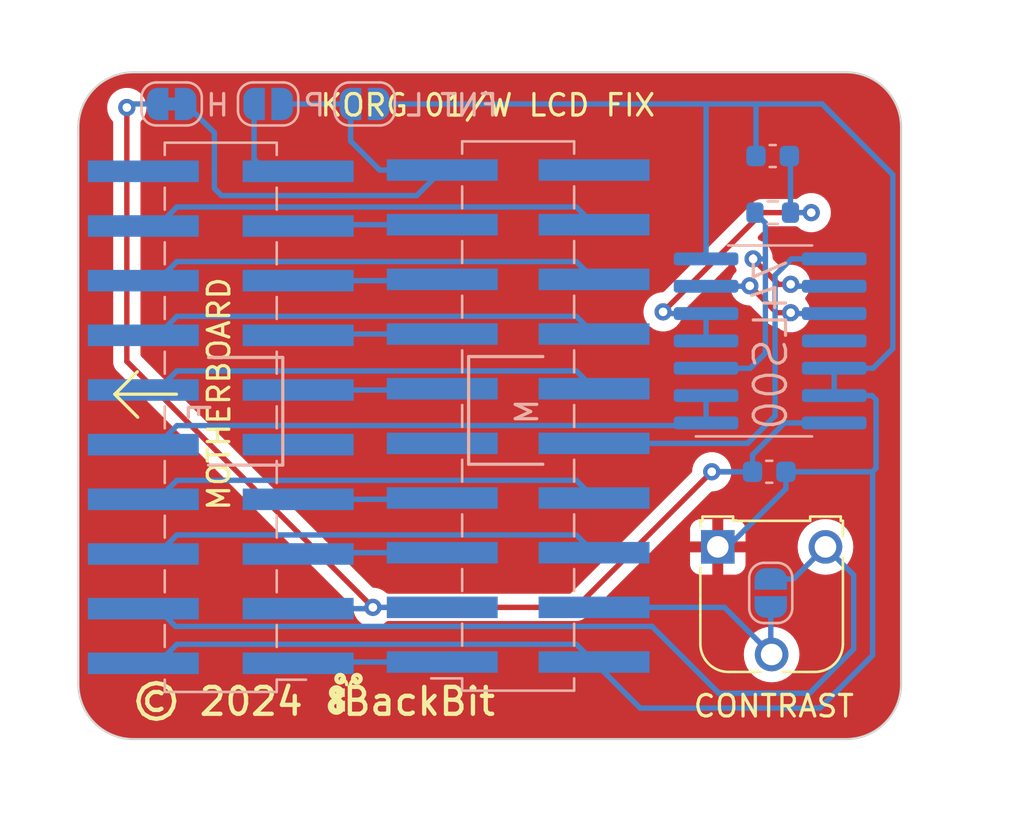
<source format=kicad_pcb>
(kicad_pcb (version 20221018) (generator pcbnew)
  (layers (0 "F.Cu" signal) (31 "B.Cu" signal) (34 "B.Paste" user) (35 "F.Paste" user) (36 "B.SilkS" user "B.Silkscreen") (37 "F.SilkS" user "F.Silkscreen") (38 "B.Mask" user) (39 "F.Mask" user) (44 "Edge.Cuts" user))
  (net 0 "")
  (net 1 "FGND")
  (net 2 "GND")
  (net 3 "VCC")
  (net 4 "V0DISP")
  (net 5 "WR")
  (net 6 "RD")
  (net 7 "CE")
  (net 8 "CD")
  (net 9 "RST")
  (net 10 "DB0")
  (net 11 "DB1")
  (net 12 "DB2")
  (net 13 "DB3")
  (net 14 "DB4")
  (net 15 "DB5")
  (net 16 "DB6")
  (net 17 "DB7")
  (net 18 "V0")
  (net 23 "FONT")
  (net 24 "RSTDISP")
  (net 25 "CAP")
  (net 26 "~{RST}")
  (net 27 "~{CAP}")
  (net 29 "FONTMB")
  (footprint "Potentiometer_THT:Potentiometer_Runtron_RM-065_Vertical" (layer "F.Cu") (at 166.39 93.79)
    (fp_text reference "RV1" hide)
    (fp_text value "CONTRAST" (at 2.6 7.4) (layer "F.SilkS"))
    (fp_line (start -0.81 -1.21) (end -0.81 -0.96) (stroke (width 0.12)) (layer "F.SilkS"))
    (fp_line (start -0.81 4.5) (end -0.81 0.96) (stroke (width 0.12)) (layer "F.SilkS"))
    (fp_line (start -0.71 -1.41) (end -0.71 -1.21) (stroke (width 0.12)) (layer "F.SilkS"))
    (fp_line (start -0.71 -1.41) (end 0.71 -1.41) (stroke (width 0.12)) (layer "F.SilkS"))
    (fp_line (start -0.71 -1.21) (end -0.81 -1.21) (stroke (width 0.12)) (layer "F.SilkS"))
    (fp_line (start 0.71 -1.21) (end 0.71 -1.41) (stroke (width 0.12)) (layer "F.SilkS"))
    (fp_line (start 0.71 -1.21) (end 4.29 -1.21) (stroke (width 0.12)) (layer "F.SilkS"))
    (fp_line (start 1.99 5.81) (end 0.5 5.81) (stroke (width 0.12)) (layer "F.SilkS"))
    (fp_line (start 4.29 -1.41) (end 5.71 -1.41) (stroke (width 0.12)) (layer "F.SilkS"))
    (fp_line (start 4.29 -1.21) (end 4.29 -1.41) (stroke (width 0.12)) (layer "F.SilkS"))
    (fp_line (start 4.5 5.81) (end 3.01 5.81) (stroke (width 0.12)) (layer "F.SilkS"))
    (fp_line (start 5.71 -1.41) (end 5.71 -1.21) (stroke (width 0.12)) (layer "F.SilkS"))
    (fp_line (start 5.71 -1.21) (end 5.81 -1.21) (stroke (width 0.12)) (layer "F.SilkS"))
    (fp_line (start 5.81 -1.21) (end 5.81 -0.52) (stroke (width 0.12)) (layer "F.SilkS"))
    (fp_line (start 5.81 0.52) (end 5.81 4.5) (stroke (width 0.12)) (layer "F.SilkS"))
    (fp_arc (start 0.5 5.81) (mid -0.42631 5.42631) (end -0.81 4.5) (stroke (width 0.12)) (layer "F.SilkS"))
    (fp_arc (start 5.81 4.5) (mid 5.42631 5.42631) (end 4.5 5.81) (stroke (width 0.12)) (layer "F.SilkS"))
    (pad "1" thru_hole rect (at 0 0) (size 1.56 1.56) (drill 1) (layers "*.Cu" "B.Mask") (net 2 "GND"))
    (pad "2" thru_hole circle (at 2.5 5) (size 1.56 1.56) (drill 1) (layers "*.Cu" "B.Mask") (net 4 "V0DISP"))
    (pad "3" thru_hole circle (at 5 0) (size 1.56 1.56) (drill 1) (layers "*.Cu" "B.Mask") (net 18 "V0"))
  )
  (footprint "Capacitor_SMD:C_0603_1608Metric" (layer "B.Cu") (at 168.94 75.63 180)
    (fp_text reference "C1" hide)
    (fp_text value "0.1uF")
    (fp_line (start -0.14058 -0.51) (end 0.14058 -0.51) (stroke (width 0.12)) (layer "B.SilkS"))
    (fp_line (start -0.14058 0.51) (end 0.14058 0.51) (stroke (width 0.12)) (layer "B.SilkS"))
    (pad "1" smd roundrect (at -0.775 0 180) (size 0.9 0.95) (layers "B.Cu" "B.Paste" "B.Mask") (net 25 "CAP"))
    (pad "2" smd roundrect (at 0.775 0 180) (size 0.9 0.95) (layers "B.Cu" "B.Paste" "B.Mask") (net 2 "GND"))
  )
  (footprint "Jumper:SolderJumper-2_P1.3mm_Bridged_RoundedPad1.0x1.5mm" (layer "B.Cu") (at 141.03 73.21 180)
    (fp_text reference "JP2" hide)
    (fp_text value "FONT_VCC")
    (fp_poly (pts (xy 0.25 0.3) (xy -0.25 0.3) (xy -0.25 -0.3) (xy 0.25 -0.3)) (fill solid) (layer "B.Cu"))
    (fp_line (start -1.4 -0.3) (end -1.4 0.3) (stroke (width 0.12)) (layer "B.SilkS"))
    (fp_line (start -0.7 1) (end 0.7 1) (stroke (width 0.12)) (layer "B.SilkS"))
    (fp_line (start 0.7 -1) (end -0.7 -1) (stroke (width 0.12)) (layer "B.SilkS"))
    (fp_line (start 1.4 0.3) (end 1.4 -0.3) (stroke (width 0.12)) (layer "B.SilkS"))
    (fp_arc (start -1.4 -0.3) (mid -1.194975 -0.794975) (end -0.7 -1) (stroke (width 0.12)) (layer "B.SilkS"))
    (fp_arc (start -0.7 1) (mid -1.194975 0.794975) (end -1.4 0.3) (stroke (width 0.12)) (layer "B.SilkS"))
    (fp_arc (start 0.7 -1) (mid 1.194975 -0.794975) (end 1.4 -0.3) (stroke (width 0.12)) (layer "B.SilkS"))
    (fp_arc (start 1.4 0.3) (mid 1.194975 0.794975) (end 0.7 1) (stroke (width 0.12)) (layer "B.SilkS"))
    (pad "1" smd custom (at -0.65 0 180) (size 1 0.5) (layers "B.Cu" "B.Mask") (net 23 "FONT") (options (clearance outline) (anchor rect)) (primitives (gr_circle (center 0 -0.25) (end 0.5 -0.25) (width 0) (fill yes)) (gr_circle (center 0 0.25) (end 0.5 0.25) (width 0) (fill yes)) (gr_poly (pts (xy 0.5 -0.75) (xy 0 -0.75) (xy 0 0.75) (xy 0.5 0.75)) (width 0) (fill yes))))
    (pad "2" smd custom (at 0.65 0 180) (size 1 0.5) (layers "B.Cu" "B.Mask") (net 3 "VCC") (options (clearance outline) (anchor rect)) (primitives (gr_circle (center 0 -0.25) (end 0.5 -0.25) (width 0) (fill yes)) (gr_circle (center 0 0.25) (end 0.5 0.25) (width 0) (fill yes)) (gr_poly (pts (xy 0 -0.75) (xy -0.5 -0.75) (xy -0.5 0.75) (xy 0 0.75)) (width 0) (fill yes))))
  )
  (footprint "Jumper:SolderJumper-2_P1.3mm_Open_RoundedPad1.0x1.5mm" (layer "B.Cu") (at 149.99 73.21)
    (fp_text reference "JP3" hide)
    (fp_text value "FONT_GND")
    (fp_line (start -1.4 -0.3) (end -1.4 0.3) (stroke (width 0.12)) (layer "B.SilkS"))
    (fp_line (start -0.7 1) (end 0.7 1) (stroke (width 0.12)) (layer "B.SilkS"))
    (fp_line (start 0.7 -1) (end -0.7 -1) (stroke (width 0.12)) (layer "B.SilkS"))
    (fp_line (start 1.4 0.3) (end 1.4 -0.3) (stroke (width 0.12)) (layer "B.SilkS"))
    (fp_arc (start -1.4 -0.3) (mid -1.194975 -0.794975) (end -0.7 -1) (stroke (width 0.12)) (layer "B.SilkS"))
    (fp_arc (start -0.7 1) (mid -1.194975 0.794975) (end -1.4 0.3) (stroke (width 0.12)) (layer "B.SilkS"))
    (fp_arc (start 0.7 -1) (mid 1.194975 -0.794975) (end 1.4 -0.3) (stroke (width 0.12)) (layer "B.SilkS"))
    (fp_arc (start 1.4 0.3) (mid 1.194975 0.794975) (end 0.7 1) (stroke (width 0.12)) (layer "B.SilkS"))
    (pad "1" smd custom (at -0.65 0) (size 1 0.5) (layers "B.Cu" "B.Mask") (net 23 "FONT") (options (clearance outline) (anchor rect)) (primitives (gr_circle (center 0 -0.25) (end 0.5 -0.25) (width 0) (fill yes)) (gr_circle (center 0 0.25) (end 0.5 0.25) (width 0) (fill yes)) (gr_poly (pts (xy 0.5 -0.75) (xy 0 -0.75) (xy 0 0.75) (xy 0.5 0.75)) (width 0) (fill yes))))
    (pad "2" smd custom (at 0.65 0) (size 1 0.5) (layers "B.Cu" "B.Mask") (net 2 "GND") (options (clearance outline) (anchor rect)) (primitives (gr_circle (center 0 -0.25) (end 0.5 -0.25) (width 0) (fill yes)) (gr_circle (center 0 0.25) (end 0.5 0.25) (width 0) (fill yes)) (gr_poly (pts (xy 0 -0.75) (xy -0.5 -0.75) (xy -0.5 0.75) (xy 0 0.75)) (width 0) (fill yes))))
  )
  (footprint "Connector_PinSocket_2.54mm:PinSocket_2x10_P2.54mm_Vertical_SMD" (layer "B.Cu") (at 143.31 87.77)
    (fp_text reference "J2" hide)
    (fp_text value "MOTHERBOARD" (at -0.08 -1.09 90) (layer "F.SilkS"))
    (fp_line (start -2.6 -12.76) (end 2.6 -12.76) (stroke (width 0.12)) (layer "B.SilkS"))
    (fp_line (start -2.6 -12.19) (end -2.6 -12.76) (stroke (width 0.12)) (layer "B.SilkS"))
    (fp_line (start -2.6 -9.65) (end -2.6 -10.67) (stroke (width 0.12)) (layer "B.SilkS"))
    (fp_line (start -2.6 -7.11) (end -2.6 -8.13) (stroke (width 0.12)) (layer "B.SilkS"))
    (fp_line (start -2.6 -4.57) (end -2.6 -5.59) (stroke (width 0.12)) (layer "B.SilkS"))
    (fp_line (start -2.6 -2.03) (end -2.6 -3.05) (stroke (width 0.12)) (layer "B.SilkS"))
    (fp_line (start -2.6 0.51) (end -2.6 -0.51) (stroke (width 0.12)) (layer "B.SilkS"))
    (fp_line (start -2.6 3.05) (end -2.6 2.03) (stroke (width 0.12)) (layer "B.SilkS"))
    (fp_line (start -2.6 5.59) (end -2.6 4.57) (stroke (width 0.12)) (layer "B.SilkS"))
    (fp_line (start -2.6 8.13) (end -2.6 7.11) (stroke (width 0.12)) (layer "B.SilkS"))
    (fp_line (start -2.6 10.67) (end -2.6 9.65) (stroke (width 0.12)) (layer "B.SilkS"))
    (fp_line (start -2.6 12.76) (end -2.6 12.19) (stroke (width 0.12)) (layer "B.SilkS"))
    (fp_line (start -2.6 12.76) (end 2.6 12.76) (stroke (width 0.12)) (layer "B.SilkS"))
    (fp_line (start 2.6 -12.19) (end 2.6 -12.76) (stroke (width 0.12)) (layer "B.SilkS"))
    (fp_line (start 2.6 -9.65) (end 2.6 -10.67) (stroke (width 0.12)) (layer "B.SilkS"))
    (fp_line (start 2.6 -7.11) (end 2.6 -8.13) (stroke (width 0.12)) (layer "B.SilkS"))
    (fp_line (start 2.6 -4.57) (end 2.6 -5.59) (stroke (width 0.12)) (layer "B.SilkS"))
    (fp_line (start 2.6 -2.03) (end 2.6 -3.05) (stroke (width 0.12)) (layer "B.SilkS"))
    (fp_line (start 2.6 0.51) (end 2.6 -0.51) (stroke (width 0.12)) (layer "B.SilkS"))
    (fp_line (start 2.6 3.05) (end 2.6 2.03) (stroke (width 0.12)) (layer "B.SilkS"))
    (fp_line (start 2.6 5.59) (end 2.6 4.57) (stroke (width 0.12)) (layer "B.SilkS"))
    (fp_line (start 2.6 8.13) (end 2.6 7.11) (stroke (width 0.12)) (layer "B.SilkS"))
    (fp_line (start 2.6 10.67) (end 2.6 9.65) (stroke (width 0.12)) (layer "B.SilkS"))
    (fp_line (start 2.6 12.19) (end 3.96 12.19) (stroke (width 0.12)) (layer "B.SilkS"))
    (fp_line (start 2.6 12.76) (end 2.6 12.19) (stroke (width 0.12)) (layer "B.SilkS"))
    (pad "1" smd rect (at 3.595 11.43) (size 5.15 1) (layers "B.Cu" "B.Paste" "B.Mask") (net 1 "FGND"))
    (pad "2" smd rect (at -3.595 11.43) (size 5.15 1) (layers "B.Cu" "B.Paste" "B.Mask") (net 2 "GND"))
    (pad "3" smd rect (at 3.595 8.89) (size 5.15 1) (layers "B.Cu" "B.Paste" "B.Mask") (net 3 "VCC"))
    (pad "4" smd rect (at -3.595 8.89) (size 5.15 1) (layers "B.Cu" "B.Paste" "B.Mask") (net 18 "V0"))
    (pad "5" smd rect (at 3.595 6.35) (size 5.15 1) (layers "B.Cu" "B.Paste" "B.Mask") (net 5 "WR"))
    (pad "6" smd rect (at -3.595 6.35) (size 5.15 1) (layers "B.Cu" "B.Paste" "B.Mask") (net 6 "RD"))
    (pad "7" smd rect (at 3.595 3.81) (size 5.15 1) (layers "B.Cu" "B.Paste" "B.Mask") (net 7 "CE"))
    (pad "8" smd rect (at -3.595 3.81) (size 5.15 1) (layers "B.Cu" "B.Paste" "B.Mask") (net 8 "CD"))
    (pad "9" smd rect (at 3.595 1.27) (size 5.15 1) (layers "B.Cu" "B.Paste" "B.Mask"))
    (pad "10" smd rect (at -3.595 1.27) (size 5.15 1) (layers "B.Cu" "B.Paste" "B.Mask") (net 9 "RST"))
    (pad "11" smd rect (at 3.595 -1.27) (size 5.15 1) (layers "B.Cu" "B.Paste" "B.Mask") (net 10 "DB0"))
    (pad "12" smd rect (at -3.595 -1.27) (size 5.15 1) (layers "B.Cu" "B.Paste" "B.Mask") (net 11 "DB1"))
    (pad "13" smd rect (at 3.595 -3.81) (size 5.15 1) (layers "B.Cu" "B.Paste" "B.Mask") (net 12 "DB2"))
    (pad "14" smd rect (at -3.595 -3.81) (size 5.15 1) (layers "B.Cu" "B.Paste" "B.Mask") (net 13 "DB3"))
    (pad "15" smd rect (at 3.595 -6.35) (size 5.15 1) (layers "B.Cu" "B.Paste" "B.Mask") (net 14 "DB4"))
    (pad "16" smd rect (at -3.595 -6.35) (size 5.15 1) (layers "B.Cu" "B.Paste" "B.Mask") (net 15 "DB5"))
    (pad "17" smd rect (at 3.595 -8.89) (size 5.15 1) (layers "B.Cu" "B.Paste" "B.Mask") (net 16 "DB6"))
    (pad "18" smd rect (at -3.595 -8.89) (size 5.15 1) (layers "B.Cu" "B.Paste" "B.Mask") (net 17 "DB7"))
    (pad "19" smd rect (at 3.595 -11.43) (size 5.15 1) (layers "B.Cu" "B.Paste" "B.Mask") (net 29 "FONTMB"))
    (pad "20" smd rect (at -3.595 -11.43) (size 5.15 1) (layers "B.Cu" "B.Paste" "B.Mask"))
  )
  (footprint "Resistor_SMD:R_0603_1608Metric" (layer "B.Cu") (at 168.94 78.26)
    (fp_text reference "R1" hide)
    (fp_text value "10K")
    (fp_line (start -0.237258 -0.5225) (end 0.237258 -0.5225) (stroke (width 0.12)) (layer "B.SilkS"))
    (fp_line (start -0.237258 0.5225) (end 0.237258 0.5225) (stroke (width 0.12)) (layer "B.SilkS"))
    (pad "1" smd roundrect (at -0.825 0) (size 0.8 0.95) (layers "B.Cu" "B.Paste" "B.Mask") (net 26 "~{RST}"))
    (pad "2" smd roundrect (at 0.825 0) (size 0.8 0.95) (layers "B.Cu" "B.Paste" "B.Mask") (net 25 "CAP"))
  )
  (footprint "Jumper:SolderJumper-2_P1.3mm_Open_RoundedPad1.0x1.5mm" (layer "B.Cu") (at 145.51 73.21 180)
    (fp_text reference "JP4" hide)
    (fp_text value "FONT_MB")
    (fp_line (start -1.4 -0.3) (end -1.4 0.3) (stroke (width 0.12)) (layer "B.SilkS"))
    (fp_line (start -0.7 1) (end 0.7 1) (stroke (width 0.12)) (layer "B.SilkS"))
    (fp_line (start 0.7 -1) (end -0.7 -1) (stroke (width 0.12)) (layer "B.SilkS"))
    (fp_line (start 1.4 0.3) (end 1.4 -0.3) (stroke (width 0.12)) (layer "B.SilkS"))
    (fp_arc (start -1.4 -0.3) (mid -1.194975 -0.794975) (end -0.7 -1) (stroke (width 0.12)) (layer "B.SilkS"))
    (fp_arc (start -0.7 1) (mid -1.194975 0.794975) (end -1.4 0.3) (stroke (width 0.12)) (layer "B.SilkS"))
    (fp_arc (start 0.7 -1) (mid 1.194975 -0.794975) (end 1.4 -0.3) (stroke (width 0.12)) (layer "B.SilkS"))
    (fp_arc (start 1.4 0.3) (mid 1.194975 0.794975) (end 0.7 1) (stroke (width 0.12)) (layer "B.SilkS"))
    (pad "1" smd custom (at -0.65 0 180) (size 1 0.5) (layers "B.Cu" "B.Mask") (net 23 "FONT") (options (clearance outline) (anchor rect)) (primitives (gr_circle (center 0 -0.25) (end 0.5 -0.25) (width 0) (fill yes)) (gr_circle (center 0 0.25) (end 0.5 0.25) (width 0) (fill yes)) (gr_poly (pts (xy 0.5 -0.75) (xy 0 -0.75) (xy 0 0.75) (xy 0.5 0.75)) (width 0) (fill yes))))
    (pad "2" smd custom (at 0.65 0 180) (size 1 0.5) (layers "B.Cu" "B.Mask") (net 29 "FONTMB") (options (clearance outline) (anchor rect)) (primitives (gr_circle (center 0 -0.25) (end 0.5 -0.25) (width 0) (fill yes)) (gr_circle (center 0 0.25) (end 0.5 0.25) (width 0) (fill yes)) (gr_poly (pts (xy 0 -0.75) (xy -0.5 -0.75) (xy -0.5 0.75) (xy 0 0.75)) (width 0) (fill yes))))
  )
  (footprint "Jumper:SolderJumper-2_P1.3mm_Open_RoundedPad1.0x1.5mm" (layer "B.Cu") (at 168.85 95.93 -90)
    (fp_text reference "JP1" hide)
    (fp_text value "NO ADJUST")
    (fp_line (start -1.4 -0.3) (end -1.4 0.3) (stroke (width 0.12)) (layer "B.SilkS"))
    (fp_line (start -0.7 1) (end 0.7 1) (stroke (width 0.12)) (layer "B.SilkS"))
    (fp_line (start 0.7 -1) (end -0.7 -1) (stroke (width 0.12)) (layer "B.SilkS"))
    (fp_line (start 1.4 0.3) (end 1.4 -0.3) (stroke (width 0.12)) (layer "B.SilkS"))
    (fp_arc (start -1.4 -0.3) (mid -1.194975 -0.794975) (end -0.7 -1) (stroke (width 0.12)) (layer "B.SilkS"))
    (fp_arc (start -0.7 1) (mid -1.194975 0.794975) (end -1.4 0.3) (stroke (width 0.12)) (layer "B.SilkS"))
    (fp_arc (start 0.7 -1) (mid 1.194975 -0.794975) (end 1.4 -0.3) (stroke (width 0.12)) (layer "B.SilkS"))
    (fp_arc (start 1.4 0.3) (mid 1.194975 0.794975) (end 0.7 1) (stroke (width 0.12)) (layer "B.SilkS"))
    (pad "1" smd custom (at -0.65 0 270) (size 1 0.5) (layers "B.Cu" "B.Mask") (net 18 "V0") (options (clearance outline) (anchor rect)) (primitives (gr_circle (center 0 -0.25) (end 0.5 -0.25) (width 0) (fill yes)) (gr_circle (center 0 0.25) (end 0.5 0.25) (width 0) (fill yes)) (gr_poly (pts (xy 0.5 -0.75) (xy 0 -0.75) (xy 0 0.75) (xy 0.5 0.75)) (width 0) (fill yes))))
    (pad "2" smd custom (at 0.65 0 270) (size 1 0.5) (layers "B.Cu" "B.Mask") (net 4 "V0DISP") (options (clearance outline) (anchor rect)) (primitives (gr_circle (center 0 -0.25) (end 0.5 -0.25) (width 0) (fill yes)) (gr_circle (center 0 0.25) (end 0.5 0.25) (width 0) (fill yes)) (gr_poly (pts (xy 0 -0.75) (xy -0.5 -0.75) (xy -0.5 0.75) (xy 0 0.75)) (width 0) (fill yes))))
  )
  (footprint "Connector_PinHeader_2.54mm:PinHeader_2x10_P2.54mm_Vertical_SMD" (layer "B.Cu") (at 157.12 87.71)
    (fp_text reference "J1" hide)
    (fp_text value "DISPLAY" hide)
    (fp_line (start -4.04 12.19) (end -2.6 12.19) (stroke (width 0.12)) (layer "B.SilkS"))
    (fp_line (start -2.6 -12.76) (end 2.6 -12.76) (stroke (width 0.12)) (layer "B.SilkS"))
    (fp_line (start -2.6 -12.19) (end -2.6 -12.76) (stroke (width 0.12)) (layer "B.SilkS"))
    (fp_line (start -2.6 -9.65) (end -2.6 -10.67) (stroke (width 0.12)) (layer "B.SilkS"))
    (fp_line (start -2.6 -7.11) (end -2.6 -8.13) (stroke (width 0.12)) (layer "B.SilkS"))
    (fp_line (start -2.6 -4.57) (end -2.6 -5.59) (stroke (width 0.12)) (layer "B.SilkS"))
    (fp_line (start -2.6 -2.03) (end -2.6 -3.05) (stroke (width 0.12)) (layer "B.SilkS"))
    (fp_line (start -2.6 0.51) (end -2.6 -0.51) (stroke (width 0.12)) (layer "B.SilkS"))
    (fp_line (start -2.6 3.05) (end -2.6 2.03) (stroke (width 0.12)) (layer "B.SilkS"))
    (fp_line (start -2.6 5.59) (end -2.6 4.57) (stroke (width 0.12)) (layer "B.SilkS"))
    (fp_line (start -2.6 8.13) (end -2.6 7.11) (stroke (width 0.12)) (layer "B.SilkS"))
    (fp_line (start -2.6 10.67) (end -2.6 9.65) (stroke (width 0.12)) (layer "B.SilkS"))
    (fp_line (start -2.6 12.76) (end -2.6 12.19) (stroke (width 0.12)) (layer "B.SilkS"))
    (fp_line (start -2.6 12.76) (end 2.6 12.76) (stroke (width 0.12)) (layer "B.SilkS"))
    (fp_line (start 2.6 -12.19) (end 2.6 -12.76) (stroke (width 0.12)) (layer "B.SilkS"))
    (fp_line (start 2.6 -9.65) (end 2.6 -10.67) (stroke (width 0.12)) (layer "B.SilkS"))
    (fp_line (start 2.6 -7.11) (end 2.6 -8.13) (stroke (width 0.12)) (layer "B.SilkS"))
    (fp_line (start 2.6 -4.57) (end 2.6 -5.59) (stroke (width 0.12)) (layer "B.SilkS"))
    (fp_line (start 2.6 -2.03) (end 2.6 -3.05) (stroke (width 0.12)) (layer "B.SilkS"))
    (fp_line (start 2.6 0.51) (end 2.6 -0.51) (stroke (width 0.12)) (layer "B.SilkS"))
    (fp_line (start 2.6 3.05) (end 2.6 2.03) (stroke (width 0.12)) (layer "B.SilkS"))
    (fp_line (start 2.6 5.59) (end 2.6 4.57) (stroke (width 0.12)) (layer "B.SilkS"))
    (fp_line (start 2.6 8.13) (end 2.6 7.11) (stroke (width 0.12)) (layer "B.SilkS"))
    (fp_line (start 2.6 10.67) (end 2.6 9.65) (stroke (width 0.12)) (layer "B.SilkS"))
    (fp_line (start 2.6 12.76) (end 2.6 12.19) (stroke (width 0.12)) (layer "B.SilkS"))
    (pad "1" smd rect (at -3.525 11.43) (size 5.15 1) (layers "B.Cu" "B.Paste" "B.Mask") (net 1 "FGND"))
    (pad "2" smd rect (at 3.525 11.43) (size 5.15 1) (layers "B.Cu" "B.Paste" "B.Mask") (net 2 "GND"))
    (pad "3" smd rect (at -3.525 8.89) (size 5.15 1) (layers "B.Cu" "B.Paste" "B.Mask") (net 3 "VCC"))
    (pad "4" smd rect (at 3.525 8.89) (size 5.15 1) (layers "B.Cu" "B.Paste" "B.Mask") (net 4 "V0DISP"))
    (pad "5" smd rect (at -3.525 6.35) (size 5.15 1) (layers "B.Cu" "B.Paste" "B.Mask") (net 5 "WR"))
    (pad "6" smd rect (at 3.525 6.35) (size 5.15 1) (layers "B.Cu" "B.Paste" "B.Mask") (net 6 "RD"))
    (pad "7" smd rect (at -3.525 3.81) (size 5.15 1) (layers "B.Cu" "B.Paste" "B.Mask") (net 7 "CE"))
    (pad "8" smd rect (at 3.525 3.81) (size 5.15 1) (layers "B.Cu" "B.Paste" "B.Mask") (net 8 "CD"))
    (pad "9" smd rect (at -3.525 1.27) (size 5.15 1) (layers "B.Cu" "B.Paste" "B.Mask"))
    (pad "10" smd rect (at 3.525 1.27) (size 5.15 1) (layers "B.Cu" "B.Paste" "B.Mask") (net 24 "RSTDISP"))
    (pad "11" smd rect (at -3.525 -1.27) (size 5.15 1) (layers "B.Cu" "B.Paste" "B.Mask") (net 10 "DB0"))
    (pad "12" smd rect (at 3.525 -1.27) (size 5.15 1) (layers "B.Cu" "B.Paste" "B.Mask") (net 11 "DB1"))
    (pad "13" smd rect (at -3.525 -3.81) (size 5.15 1) (layers "B.Cu" "B.Paste" "B.Mask") (net 12 "DB2"))
    (pad "14" smd rect (at 3.525 -3.81) (size 5.15 1) (layers "B.Cu" "B.Paste" "B.Mask") (net 13 "DB3"))
    (pad "15" smd rect (at -3.525 -6.35) (size 5.15 1) (layers "B.Cu" "B.Paste" "B.Mask") (net 14 "DB4"))
    (pad "16" smd rect (at 3.525 -6.35) (size 5.15 1) (layers "B.Cu" "B.Paste" "B.Mask") (net 15 "DB5"))
    (pad "17" smd rect (at -3.525 -8.89) (size 5.15 1) (layers "B.Cu" "B.Paste" "B.Mask") (net 16 "DB6"))
    (pad "18" smd rect (at 3.525 -8.89) (size 5.15 1) (layers "B.Cu" "B.Paste" "B.Mask") (net 17 "DB7"))
    (pad "19" smd rect (at -3.525 -11.43) (size 5.15 1) (layers "B.Cu" "B.Paste" "B.Mask") (net 23 "FONT"))
    (pad "20" smd rect (at 3.525 -11.43) (size 5.15 1) (layers "B.Cu" "B.Paste" "B.Mask"))
  )
  (footprint "Package_SO:SOIC-14_3.9x8.7mm_P1.27mm" (layer "B.Cu") (at 168.82 84.22)
    (fp_text reference "U1" hide)
    (fp_text value "74LS00" (at 0.03 -0.01 90) (layer "B.SilkS") (effects (font (size 1.5 1.5)) (justify mirror)))
    (fp_line (start 0 -4.435) (end -1.95 -4.435) (stroke (width 0.12)) (layer "B.SilkS"))
    (fp_line (start 0 -4.435) (end 1.95 -4.435) (stroke (width 0.12)) (layer "B.SilkS"))
    (fp_line (start 0 4.435) (end -3.45 4.435) (stroke (width 0.12)) (layer "B.SilkS"))
    (fp_line (start 0 4.435) (end 1.95 4.435) (stroke (width 0.12)) (layer "B.SilkS"))
    (pad "1" smd roundrect (at -2.975 3.81) (size 3 0.6) (layers "B.Cu" "B.Paste" "B.Mask") (net 9 "RST"))
    (pad "2" smd roundrect (at -2.975 2.54) (size 3 0.6) (layers "B.Cu" "B.Paste" "B.Mask") (net 9 "RST"))
    (pad "3" smd roundrect (at -2.975 1.27) (size 3 0.6) (layers "B.Cu" "B.Paste" "B.Mask") (net 26 "~{RST}"))
    (pad "4" smd roundrect (at -2.975 0) (size 3 0.6) (layers "B.Cu" "B.Paste" "B.Mask") (net 25 "CAP"))
    (pad "5" smd roundrect (at -2.975 -1.27) (size 3 0.6) (layers "B.Cu" "B.Paste" "B.Mask") (net 25 "CAP"))
    (pad "6" smd roundrect (at -2.975 -2.54) (size 3 0.6) (layers "B.Cu" "B.Paste" "B.Mask") (net 27 "~{CAP}"))
    (pad "7" smd roundrect (at -2.975 -3.81) (size 3 0.6) (layers "B.Cu" "B.Paste" "B.Mask") (net 2 "GND"))
    (pad "8" smd roundrect (at 2.975 -3.81) (size 3 0.6) (layers "B.Cu" "B.Paste" "B.Mask") (net 24 "RSTDISP"))
    (pad "9" smd roundrect (at 2.975 -2.54) (size 3 0.6) (layers "B.Cu" "B.Paste" "B.Mask") (net 26 "~{RST}"))
    (pad "10" smd roundrect (at 2.975 -1.27) (size 3 0.6) (layers "B.Cu" "B.Paste" "B.Mask") (net 27 "~{CAP}"))
    (pad "11" smd roundrect (at 2.975 0) (size 3 0.6) (layers "B.Cu" "B.Paste" "B.Mask"))
    (pad "12" smd roundrect (at 2.975 1.27) (size 3 0.6) (layers "B.Cu" "B.Paste" "B.Mask") (net 2 "GND"))
    (pad "13" smd roundrect (at 2.975 2.54) (size 3 0.6) (layers "B.Cu" "B.Paste" "B.Mask") (net 2 "GND"))
    (pad "14" smd roundrect (at 2.975 3.81) (size 3 0.6) (layers "B.Cu" "B.Paste" "B.Mask") (net 3 "VCC"))
  )
  (footprint "Capacitor_SMD:C_0603_1608Metric" (layer "B.Cu") (at 168.78 90.3)
    (fp_text reference "C2" hide)
    (fp_text value "0.1uF")
    (fp_line (start -0.14058 -0.51) (end 0.14058 -0.51) (stroke (width 0.12)) (layer "B.SilkS"))
    (fp_line (start -0.14058 0.51) (end 0.14058 0.51) (stroke (width 0.12)) (layer "B.SilkS"))
    (pad "1" smd roundrect (at -0.775 0) (size 0.9 0.95) (layers "B.Cu" "B.Paste" "B.Mask") (net 3 "VCC"))
    (pad "2" smd roundrect (at 0.775 0) (size 0.9 0.95) (layers "B.Cu" "B.Paste" "B.Mask") (net 2 "GND"))
  )
  (gr_line (start 154.82 89.95) (end 158.266702 89.95) (stroke (width 0.15)) (layer "B.SilkS"))
  (gr_line (start 146.19 84.987595) (end 142.743298 84.987595) (stroke (width 0.15)) (layer "B.SilkS"))
  (gr_line (start 154.82 84.947595) (end 154.82 89.95) (stroke (width 0.15)) (layer "B.SilkS"))
  (gr_line (start 142.743298 89.99) (end 146.19 89.99) (stroke (width 0.15)) (layer "B.SilkS"))
  (gr_line (start 146.19 89.99) (end 146.19 84.987595) (stroke (width 0.15)) (layer "B.SilkS"))
  (gr_line (start 158.266702 84.947595) (end 154.82 84.947595) (stroke (width 0.15)) (layer "B.SilkS"))
  (gr_arc (start 148.905228 99.943618) (mid 149.085224 100.010941) (end 149.155 100.19) (stroke (width 0.15)) (layer "F.SilkS"))
  (gr_poly (pts (xy 149.08 100.94) (xy 149.08 101.44) (xy 148.68 101.44) (xy 148.68 100.94)) (fill solid) (layer "F.SilkS"))
  (gr_circle (center 149.63 99.915) (end 149.555 99.915) (stroke (width 0.2)) (fill none) (layer "F.SilkS"))
  (gr_arc (start 149.33 100.19) (mid 149.414159 100.022491) (end 149.587286 99.950592) (stroke (width 0.15)) (layer "F.SilkS"))
  (gr_line (start 138.385 86.695) (end 139.455 87.765) (stroke (width 0.15)) (layer "F.SilkS"))
  (gr_line (start 138.395 86.695) (end 139.435 85.655) (stroke (width 0.15)) (layer "F.SilkS"))
  (gr_circle (center 148.855 99.915) (end 148.78 99.915) (stroke (width 0.2)) (fill none) (layer "F.SilkS"))
  (gr_circle (center 148.68 101.19) (end 148.58 101.215) (stroke (width 0.3)) (fill none) (layer "F.SilkS"))
  (gr_circle (center 148.68 100.565) (end 148.63 100.565) (stroke (width 0.3)) (fill none) (layer "F.SilkS"))
  (gr_poly (pts (xy 149.07 100.365) (xy 149.07 100.765) (xy 148.655 100.765) (xy 148.655 100.365)) (fill solid) (layer "F.SilkS"))
  (gr_line (start 141.255 86.695) (end 138.395 86.695) (stroke (width 0.15)) (layer "F.SilkS"))
  (gr_line (start 139.26 71.74) (end 172.34 71.74) (stroke (width 0.1)) (layer "Edge.Cuts"))
  (gr_arc (start 172.34 71.74) (mid 174.150317 72.489858) (end 174.900175 74.300175) (stroke (width 0.1)) (layer "Edge.Cuts"))
  (gr_arc (start 136.699825 74.300175) (mid 137.449683 72.489858) (end 139.26 71.74) (stroke (width 0.1)) (layer "Edge.Cuts"))
  (gr_line (start 136.7 74.300175) (end 136.7 100.159825) (stroke (width 0.1)) (layer "Edge.Cuts"))
  (gr_arc (start 139.260175 102.72) (mid 137.449858 101.970142) (end 136.7 100.159825) (stroke (width 0.1)) (layer "Edge.Cuts"))
  (gr_line (start 172.340175 102.72) (end 139.260175 102.72) (stroke (width 0.1)) (layer "Edge.Cuts"))
  (gr_arc (start 174.9 100.159825) (mid 174.150368 101.97012) (end 172.340175 102.72) (stroke (width 0.1)) (layer "Edge.Cuts"))
  (gr_line (start 174.9 74.300175) (end 174.9 100.159825) (stroke (width 0.1)) (layer "Edge.Cuts"))
  (gr_text "H" (at 143.16 73.27) (layer "B.SilkS") (effects (font (size 1 1)) (justify mirror)))
  (gr_text "M" (at 157.53 87.5 90) (layer "B.SilkS") (effects (font (size 1 1)) (justify mirror)))
  (gr_text "F" (at 142.35 87.5 90) (layer "B.SilkS") (effects (font (size 1 1)) (justify mirror)))
  (gr_text "FNT L" (at 154.05 73.27) (layer "B.SilkS") (effects (font (size 1 1)) (justify mirror)))
  (gr_text "P" (at 147.65 73.27) (layer "B.SilkS") (effects (font (size 1 1)) (justify mirror)))
  (gr_text "\n© 2024  BackBit" (at 147.64 99.97) (layer "F.SilkS") (effects (font (size 1.25 1.25) (thickness 0.2))))
  (gr_text "KORG 01/W LCD FIX" (at 155.71 73.27) (layer "F.SilkS") (effects (font (size 1 1))))
  (segment (start 145.49 99.14) (end 145.43 99.2) (width 0.25) (layer "B.Cu") (net 1))
  (segment (start 155.595 99.14) (end 145.49 99.14) (width 0.25) (layer "B.Cu") (net 1))
  (segment (start 165.5 73.21) (end 165.4 73.21) (width 0.25) (layer "B.Cu") (net 2))
  (segment (start 164.78 73.21) (end 164.9575 73.21) (width 0.25) (layer "B.Cu") (net 2))
  (segment (start 173.1 90.3) (end 173.57 90.3) (width 0.25) (layer "B.Cu") (net 2))
  (segment (start 174.51856 84.57144) (end 174.51856 84.40856) (width 0.25) (layer "B.Cu") (net 2))
  (segment (start 160.645 99.14) (end 162.785 101.28) (width 0.25) (layer "B.Cu") (net 2))
  (segment (start 174.51856 84.40856) (end 174.51856 76.497125) (width 0.25) (layer "B.Cu") (net 2))
  (segment (start 168.165 73.305) (end 168.26 73.21) (width 0.25) (layer "B.Cu") (net 2))
  (segment (start 141.274511 98.315489) (end 140.39 99.2) (width 0.25) (layer "B.Cu") (net 2))
  (segment (start 165.88 73.21) (end 168.26 73.21) (width 0.25) (layer "B.Cu") (net 2))
  (segment (start 169.555 90.3) (end 169.555 91.0875) (width 0.25) (layer "B.Cu") (net 2))
  (segment (start 173.55 86.76) (end 173.74 86.95) (width 0.25) (layer "B.Cu") (net 2))
  (segment (start 165.4 73.21) (end 165.88 73.21) (width 0.25) (layer "B.Cu") (net 2))
  (segment (start 165.845 73.555) (end 165.845 73.245) (width 0.25) (layer "B.Cu") (net 2))
  (segment (start 165.845 77.415) (end 165.845 80.41) (width 0.25) (layer "B.Cu") (net 2))
  (segment (start 165.4 73.21) (end 164.78 73.21) (width 0.25) (layer "B.Cu") (net 2))
  (segment (start 173.58 98.83) (end 173.58 90.29) (width 0.25) (layer "B.Cu") (net 2))
  (segment (start 165.845 77.1625) (end 165.845 77.415) (width 0.25) (layer "B.Cu") (net 2))
  (segment (start 165.845 77.415) (end 165.845 73.555) (width 0.25) (layer "B.Cu") (net 2))
  (segment (start 168.165 75.63) (end 168.165 73.305) (width 0.25) (layer "B.Cu") (net 2))
  (segment (start 168.26 73.21) (end 171.19 73.21) (width 0.25) (layer "B.Cu") (net 2))
  (segment (start 171.231434 73.21) (end 171.725717 73.704283) (width 0.25) (layer "B.Cu") (net 2))
  (segment (start 174.51856 76.497125) (end 171.725717 73.704283) (width 0.25) (layer "B.Cu") (net 2))
  (segment (start 159.820489 98.315489) (end 141.274511 98.315489) (width 0.25) (layer "B.Cu") (net 2))
  (segment (start 171.725717 73.704283) (end 171.451915 73.43048) (width 0.25) (layer "B.Cu") (net 2))
  (segment (start 150.64 73.21) (end 164.78 73.21) (width 0.25) (layer "B.Cu") (net 2))
  (segment (start 170.76 90.3) (end 169.555 90.3) (width 0.25) (layer "B.Cu") (net 2))
  (segment (start 173.6 85.49) (end 174.51856 84.57144) (width 0.25) (layer "B.Cu") (net 2))
  (segment (start 168.67625 91.96625) (end 166.8525 93.79) (width 0.25) (layer "B.Cu") (net 2))
  (segment (start 170.3425 90.3) (end 170.76 90.3) (width 0.25) (layer "B.Cu") (net 2))
  (segment (start 165.845 73.245) (end 165.88 73.21) (width 0.25) (layer "B.Cu") (net 2))
  (segment (start 171.13 101.28) (end 173.58 98.83) (width 0.25) (layer "B.Cu") (net 2))
  (segment (start 162.785 101.28) (end 171.13 101.28) (width 0.25) (layer "B.Cu") (net 2))
  (segment (start 159.820489 98.315489) (end 160.645 99.14) (width 0.25) (layer "B.Cu") (net 2))
  (segment (start 169.555 91.0875) (end 168.67625 91.96625) (width 0.25) (layer "B.Cu") (net 2))
  (segment (start 173.74 86.95) (end 173.74 90.13) (width 0.25) (layer "B.Cu") (net 2))
  (segment (start 170.76 90.3) (end 173.1 90.3) (width 0.25) (layer "B.Cu") (net 2))
  (segment (start 173.74 90.13) (end 173.58 90.29) (width 0.25) (layer "B.Cu") (net 2))
  (segment (start 173.57 90.3) (end 173.58 90.29) (width 0.25) (layer "B.Cu") (net 2))
  (segment (start 173.1 90.3) (end 173.32 90.3) (width 0.25) (layer "B.Cu") (net 2))
  (segment (start 171.795 85.49) (end 171.795 86.76) (width 0.25) (layer "B.Cu") (net 2))
  (segment (start 171.795 85.49) (end 173.6 85.49) (width 0.25) (layer "B.Cu") (net 2))
  (segment (start 171.19 73.21) (end 171.231434 73.21) (width 0.25) (layer "B.Cu") (net 2))
  (segment (start 171.795 86.76) (end 173.55 86.76) (width 0.25) (layer "B.Cu") (net 2))
  (segment (start 138.95 85.175) (end 150.375 96.6) (width 0.25) (layer "F.Cu") (net 3))
  (segment (start 150.375 96.6) (end 159.81 96.6) (width 0.25) (layer "F.Cu") (net 3))
  (segment (start 159.81 96.6) (end 166.11 90.3) (width 0.25) (layer "F.Cu") (net 3))
  (segment (start 138.95 73.375) (end 138.95 85.175) (width 0.25) (layer "F.Cu") (net 3))
  (via (at 150.375 96.6) (size 0.8) (drill 0.4) (layers "F.Cu" "B.Cu") (net 3))
  (via (at 138.95 73.375) (size 0.8) (drill 0.4) (layers "F.Cu" "B.Cu") (net 3))
  (via (at 166.11 90.3) (size 0.8) (drill 0.4) (layers "F.Cu" "B.Cu") (net 3))
  (segment (start 166.11 90.3) (end 167.2175 90.3) (width 0.25) (layer "B.Cu") (net 3))
  (segment (start 168.005 89.5125) (end 168.90875 88.60875) (width 0.25) (layer "B.Cu") (net 3))
  (segment (start 150.375 96.6) (end 153.595 96.6) (width 0.25) (layer "B.Cu") (net 3))
  (segment (start 166.11 90.3) (end 168.005 90.3) (width 0.25) (layer "B.Cu") (net 3))
  (segment (start 169.4875 88.03) (end 168.90875 88.60875) (width 0.25) (layer "B.Cu") (net 3))
  (segment (start 171.795 88.03) (end 169.4875 88.03) (width 0.25) (layer "B.Cu") (net 3))
  (segment (start 140.38 73.21) (end 139.115 73.21) (width 0.25) (layer "B.Cu") (net 3))
  (segment (start 168.005 90.3) (end 168.005 89.5125) (width 0.25) (layer "B.Cu") (net 3))
  (segment (start 139.115 73.21) (end 138.95 73.375) (width 0.25) (layer "B.Cu") (net 3))
  (segment (start 150.315 96.66) (end 150.375 96.6) (width 0.25) (layer "B.Cu") (net 3))
  (segment (start 146.905 96.66) (end 150.315 96.66) (width 0.25) (layer "B.Cu") (net 3))
  (segment (start 168.85 96.58) (end 168.85 98.75) (width 0.25) (layer "B.Cu") (net 4))
  (segment (start 168.85 98.75) (end 168.89 98.79) (width 0.25) (layer "B.Cu") (net 4))
  (segment (start 166.7 96.6) (end 168.89 98.79) (width 0.25) (layer "B.Cu") (net 4))
  (segment (start 160.645 96.6) (end 166.7 96.6) (width 0.25) (layer "B.Cu") (net 4))
  (segment (start 155.595 94.06) (end 145.49 94.06) (width 0.25) (layer "B.Cu") (net 5))
  (segment (start 145.49 94.06) (end 145.43 94.12) (width 0.25) (layer "B.Cu") (net 5))
  (segment (start 141.274511 93.235489) (end 159.820489 93.235489) (width 0.25) (layer "B.Cu") (net 6))
  (segment (start 159.820489 93.235489) (end 160.645 94.06) (width 0.25) (layer "B.Cu") (net 6))
  (segment (start 140.39 94.12) (end 141.274511 93.235489) (width 0.25) (layer "B.Cu") (net 6))
  (segment (start 145.43 91.58) (end 155.535 91.58) (width 0.25) (layer "B.Cu") (net 7))
  (segment (start 155.535 91.58) (end 155.595 91.52) (width 0.25) (layer "B.Cu") (net 7))
  (segment (start 159.820489 90.695489) (end 160.645 91.52) (width 0.25) (layer "B.Cu") (net 8))
  (segment (start 141.274511 90.695489) (end 159.820489 90.695489) (width 0.25) (layer "B.Cu") (net 8))
  (segment (start 140.39 91.58) (end 141.274511 90.695489) (width 0.25) (layer "B.Cu") (net 8))
  (segment (start 141.754511 88.155489) (end 141.274511 88.155489) (width 0.25) (layer "B.Cu") (net 9))
  (segment (start 141.754511 88.155489) (end 165.719511 88.155489) (width 0.25) (layer "B.Cu") (net 9))
  (segment (start 165.845 86.76) (end 165.845 88.03) (width 0.25) (layer "B.Cu") (net 9))
  (segment (start 141.274511 88.155489) (end 140.39 89.04) (width 0.25) (layer "B.Cu") (net 9))
  (segment (start 165.719511 88.155489) (end 165.845 88.03) (width 0.25) (layer "B.Cu") (net 9))
  (segment (start 145.43 86.5) (end 155.535 86.5) (width 0.25) (layer "B.Cu") (net 10))
  (segment (start 155.535 86.5) (end 155.595 86.44) (width 0.25) (layer "B.Cu") (net 10))
  (segment (start 140.39 86.5) (end 141.274511 85.615489) (width 0.25) (layer "B.Cu") (net 11))
  (segment (start 159.820489 85.615489) (end 160.645 86.44) (width 0.25) (layer "B.Cu") (net 11))
  (segment (start 141.274511 85.615489) (end 159.820489 85.615489) (width 0.25) (layer "B.Cu") (net 11))
  (segment (start 155.595 83.9) (end 145.49 83.9) (width 0.25) (layer "B.Cu") (net 12))
  (segment (start 145.49 83.9) (end 145.43 83.96) (width 0.25) (layer "B.Cu") (net 12))
  (segment (start 159.820489 83.075489) (end 160.645 83.9) (width 0.25) (layer "B.Cu") (net 13))
  (segment (start 141.274511 83.075489) (end 159.820489 83.075489) (width 0.25) (layer "B.Cu") (net 13))
  (segment (start 140.39 83.96) (end 141.274511 83.075489) (width 0.25) (layer "B.Cu") (net 13))
  (segment (start 145.43 81.42) (end 155.535 81.42) (width 0.25) (layer "B.Cu") (net 14))
  (segment (start 155.535 81.42) (end 155.595 81.36) (width 0.25) (layer "B.Cu") (net 14))
  (segment (start 140.39 81.42) (end 141.274511 80.535489) (width 0.25) (layer "B.Cu") (net 15))
  (segment (start 141.274511 80.535489) (end 159.820489 80.535489) (width 0.25) (layer "B.Cu") (net 15))
  (segment (start 159.820489 80.535489) (end 160.645 81.36) (width 0.25) (layer "B.Cu") (net 15))
  (segment (start 155.595 78.82) (end 145.49 78.82) (width 0.25) (layer "B.Cu") (net 16))
  (segment (start 145.49 78.82) (end 145.43 78.88) (width 0.25) (layer "B.Cu") (net 16))
  (segment (start 140.39 78.88) (end 141.274511 77.995489) (width 0.25) (layer "B.Cu") (net 17))
  (segment (start 159.820489 77.995489) (end 160.645 78.82) (width 0.25) (layer "B.Cu") (net 17))
  (segment (start 141.274511 77.995489) (end 159.820489 77.995489) (width 0.25) (layer "B.Cu") (net 17))
  (segment (start 170.65 100.59) (end 172.7 98.54) (width 0.25) (layer "B.Cu") (net 18))
  (segment (start 166.44 100.59) (end 170.65 100.59) (width 0.25) (layer "B.Cu") (net 18))
  (segment (start 169.9 95.28) (end 171.39 93.79) (width 0.25) (layer "B.Cu") (net 18))
  (segment (start 172.7 95.1) (end 171.39 93.79) (width 0.25) (layer "B.Cu") (net 18))
  (segment (start 140.39 96.66) (end 141.214511 97.484511) (width 0.25) (layer "B.Cu") (net 18))
  (segment (start 163.334511 97.484511) (end 166.44 100.59) (width 0.25) (layer "B.Cu") (net 18))
  (segment (start 168.85 95.28) (end 169.9 95.28) (width 0.25) (layer "B.Cu") (net 18))
  (segment (start 141.214511 97.484511) (end 163.334511 97.484511) (width 0.25) (layer "B.Cu") (net 18))
  (segment (start 172.7 98.54) (end 172.7 95.1) (width 0.25) (layer "B.Cu") (net 18))
  (segment (start 143.015 74.545) (end 141.68 73.21) (width 0.25) (layer "B.Cu") (net 23))
  (segment (start 149.34 73.21) (end 149.34 74.93) (width 0.25) (layer "B.Cu") (net 23))
  (segment (start 143.35 77.47) (end 143.015 77.135) (width 0.25) (layer "B.Cu") (net 23))
  (segment (start 146.16 73.21) (end 149.34 73.21) (width 0.25) (layer "B.Cu") (net 23))
  (segment (start 143.015 77.135) (end 143.015 76.445) (width 0.25) (layer "B.Cu") (net 23))
  (segment (start 143.015 76.445) (end 143.015 74.545) (width 0.25) (layer "B.Cu") (net 23))
  (segment (start 148.2 77.47) (end 143.35 77.47) (width 0.25) (layer "B.Cu") (net 23))
  (segment (start 149.34 74.93) (end 150.69 76.28) (width 0.25) (layer "B.Cu") (net 23))
  (segment (start 152.405 77.47) (end 148.2 77.47) (width 0.25) (layer "B.Cu") (net 23))
  (segment (start 153.595 76.28) (end 152.405 77.47) (width 0.25) (layer "B.Cu") (net 23))
  (segment (start 148.77 77.47) (end 148.2 77.47) (width 0.25) (layer "B.Cu") (net 23))
  (segment (start 150.69 76.28) (end 155.595 76.28) (width 0.25) (layer "B.Cu") (net 23))
  (segment (start 169.050491 81.169509) (end 169.050491 87.702003) (width 0.25) (layer "B.Cu") (net 24))
  (segment (start 171.795 80.41) (end 169.81 80.41) (width 0.25) (layer "B.Cu") (net 24))
  (segment (start 169.81 80.41) (end 169.050491 81.169509) (width 0.25) (layer "B.Cu") (net 24))
  (segment (start 169.050491 87.702003) (end 167.772493 88.98) (width 0.25) (layer "B.Cu") (net 24))
  (segment (start 167.772493 88.98) (end 159.945 88.98) (width 0.25) (layer "B.Cu") (net 24))
  (segment (start 168.46 78.26) (end 170.73 78.26) (width 0.25) (layer "F.Cu") (net 25))
  (segment (start 163.85 82.87) (end 168.46 78.26) (width 0.25) (layer "F.Cu") (net 25))
  (via (at 170.73 78.26) (size 0.8) (drill 0.4) (layers "F.Cu" "B.Cu") (net 25))
  (via (at 163.85 82.87) (size 0.8) (drill 0.4) (layers "F.Cu" "B.Cu") (net 25))
  (segment (start 169.765 78.26) (end 169.765 75.68) (width 0.25) (layer "B.Cu") (net 25))
  (segment (start 165.845 82.95) (end 163.93 82.95) (width 0.25) (layer "B.Cu") (net 25))
  (segment (start 163.93 82.95) (end 163.85 82.87) (width 0.25) (layer "B.Cu") (net 25))
  (segment (start 170.73 78.26) (end 169.765 78.26) (width 0.25) (layer "B.Cu") (net 25))
  (segment (start 165.845 84.22) (end 165.845 82.95) (width 0.25) (layer "B.Cu") (net 25))
  (segment (start 169.765 75.68) (end 169.715 75.63) (width 0.25) (layer "B.Cu") (net 25))
  (segment (start 169.774991 81.59) (end 169.21 81.59) (width 0.25) (layer "F.Cu") (net 26))
  (segment (start 169.21 81.59) (end 168.03 80.41) (width 0.25) (layer "F.Cu") (net 26))
  (via (at 169.774991 81.59) (size 0.8) (drill 0.4) (layers "F.Cu" "B.Cu") (net 26))
  (via (at 168.03 80.41) (size 0.8) (drill 0.4) (layers "F.Cu" "B.Cu") (net 26))
  (segment (start 169.864991 81.68) (end 169.774991 81.59) (width 0.25) (layer "B.Cu") (net 26))
  (segment (start 168.53 80.41) (end 168.600971 80.339029) (width 0.25) (layer "B.Cu") (net 26))
  (segment (start 168.600971 78.745971) (end 168.115 78.26) (width 0.25) (layer "B.Cu") (net 26))
  (segment (start 168.600971 80.339029) (end 168.600971 78.745971) (width 0.25) (layer "B.Cu") (net 26))
  (segment (start 168.03 80.41) (end 168.53 80.41) (width 0.25) (layer "B.Cu") (net 26))
  (segment (start 168.600971 84.789029) (end 168.600971 80.339029) (width 0.25) (layer "B.Cu") (net 26))
  (segment (start 171.795 81.68) (end 169.864991 81.68) (width 0.25) (layer "B.Cu") (net 26))
  (segment (start 165.845 85.49) (end 167.9 85.49) (width 0.25) (layer "B.Cu") (net 26))
  (segment (start 167.9 85.49) (end 168.600971 84.789029) (width 0.25) (layer "B.Cu") (net 26))
  (segment (start 169.12646 82.91) (end 167.87646 81.66) (width 0.25) (layer "F.Cu") (net 27))
  (segment (start 169.774991 82.91) (end 169.12646 82.91) (width 0.25) (layer "F.Cu") (net 27))
  (via (at 167.87646 81.66) (size 0.8) (drill 0.4) (layers "F.Cu" "B.Cu") (net 27))
  (via (at 169.774991 82.91) (size 0.8) (drill 0.4) (layers "F.Cu" "B.Cu") (net 27))
  (segment (start 165.845 81.68) (end 167.08 81.68) (width 0.25) (layer "B.Cu") (net 27))
  (segment (start 165.845 81.68) (end 167.85646 81.68) (width 0.25) (layer "B.Cu") (net 27))
  (segment (start 167.85646 81.68) (end 167.87646 81.66) (width 0.25) (layer "B.Cu") (net 27))
  (segment (start 171.795 82.95) (end 169.814991 82.95) (width 0.25) (layer "B.Cu") (net 27))
  (segment (start 169.814991 82.95) (end 169.774991 82.91) (width 0.25) (layer "B.Cu") (net 27))
  (segment (start 144.86 75.77) (end 145.43 76.34) (width 0.25) (layer "B.Cu") (net 29))
  (segment (start 144.86 73.21) (end 144.86 75.77) (width 0.25) (layer "B.Cu") (net 29))
  (zone (net 2) (net_name "GND") (layer "F.Cu") (connect_pads (clearance 0.508)) (min_thickness 0.254) (fill yes (thermal_gap 0.508) (thermal_bridge_width 0.508))
    (polygon (pts (xy 180.61 106.39) (xy 133.06 106.39) (xy 133.06 68.38) (xy 180.61 68.38)))
  )
)
</source>
